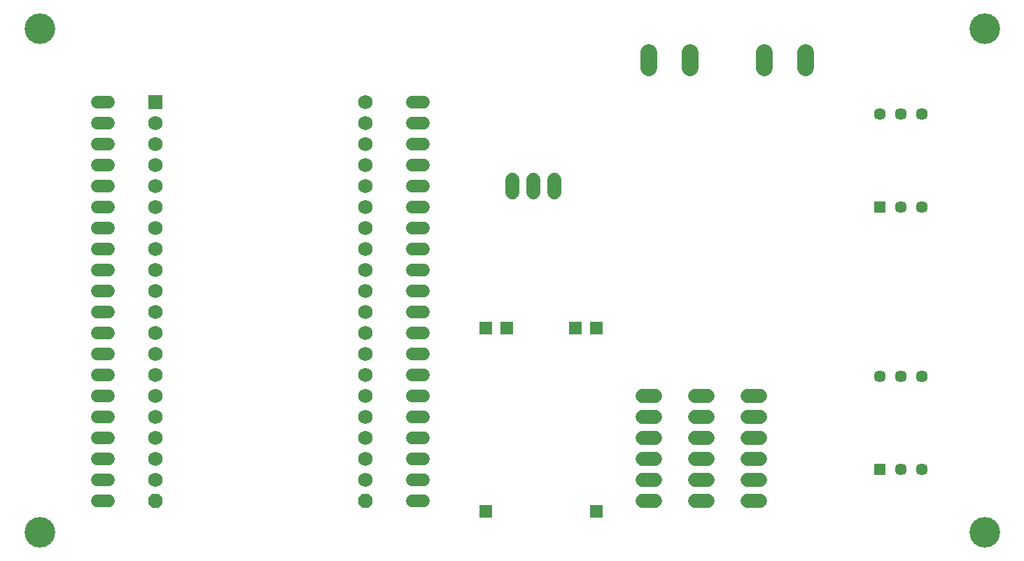
<source format=gbr>
G04 EAGLE Gerber RS-274X export*
G75*
%MOMM*%
%FSLAX34Y34*%
%LPD*%
%INSoldermask Bottom*%
%IPPOS*%
%AMOC8*
5,1,8,0,0,1.08239X$1,22.5*%
G01*
%ADD10C,3.703200*%
%ADD11R,1.611200X1.611200*%
%ADD12R,1.733200X1.733200*%
%ADD13C,1.733200*%
%ADD14C,1.524000*%
%ADD15P,1.869504X8X22.500000*%
%ADD16C,1.993900*%
%ADD17C,1.727200*%
%ADD18R,1.454200X1.454200*%
%ADD19C,1.454200*%


D10*
X38100Y609600D03*
X1181100Y609600D03*
X38100Y0D03*
X1181100Y0D03*
D11*
X577850Y25400D03*
X711200Y25400D03*
X711200Y247650D03*
X577850Y247650D03*
X603250Y247650D03*
X685800Y247650D03*
D12*
X177800Y520600D03*
D13*
X177800Y495200D03*
X177800Y469800D03*
X177800Y444400D03*
X177800Y419000D03*
X177800Y393600D03*
X177800Y368200D03*
X177800Y342800D03*
X177800Y317400D03*
X177800Y292000D03*
X177800Y266600D03*
X177800Y241200D03*
X177800Y215800D03*
X177800Y190400D03*
X177800Y165000D03*
X177800Y139600D03*
X177800Y114200D03*
X177800Y88800D03*
X177800Y63400D03*
X431800Y63400D03*
X431800Y88800D03*
X431800Y114200D03*
X431800Y139600D03*
X431800Y165000D03*
X431800Y190400D03*
X431800Y215800D03*
X431800Y241200D03*
X431800Y266600D03*
X431800Y292000D03*
X431800Y317400D03*
X431800Y342800D03*
X431800Y368200D03*
X431800Y393600D03*
X431800Y419000D03*
X431800Y444400D03*
X431800Y469800D03*
X431800Y495200D03*
X431800Y520600D03*
D14*
X120904Y38100D02*
X107696Y38100D01*
X107696Y63500D02*
X120904Y63500D01*
X120904Y88900D02*
X107696Y88900D01*
X107696Y114300D02*
X120904Y114300D01*
X120904Y139700D02*
X107696Y139700D01*
X107696Y165100D02*
X120904Y165100D01*
X120904Y190500D02*
X107696Y190500D01*
X107696Y215900D02*
X120904Y215900D01*
X120904Y241300D02*
X107696Y241300D01*
X107696Y266700D02*
X120904Y266700D01*
X120904Y292100D02*
X107696Y292100D01*
X107696Y317500D02*
X120904Y317500D01*
X120904Y342900D02*
X107696Y342900D01*
X107696Y368300D02*
X120904Y368300D01*
X120904Y393700D02*
X107696Y393700D01*
X107696Y419100D02*
X120904Y419100D01*
X120904Y444500D02*
X107696Y444500D01*
X107696Y469900D02*
X120904Y469900D01*
X120904Y495300D02*
X107696Y495300D01*
X107696Y520700D02*
X120904Y520700D01*
X488696Y38100D02*
X501904Y38100D01*
X501904Y63500D02*
X488696Y63500D01*
X488696Y88900D02*
X501904Y88900D01*
X501904Y114300D02*
X488696Y114300D01*
X488696Y139700D02*
X501904Y139700D01*
X501904Y165100D02*
X488696Y165100D01*
X488696Y190500D02*
X501904Y190500D01*
X501904Y215900D02*
X488696Y215900D01*
X488696Y241300D02*
X501904Y241300D01*
X501904Y266700D02*
X488696Y266700D01*
X488696Y292100D02*
X501904Y292100D01*
X501904Y317500D02*
X488696Y317500D01*
X488696Y342900D02*
X501904Y342900D01*
X501904Y368300D02*
X488696Y368300D01*
X488696Y393700D02*
X501904Y393700D01*
X501904Y419100D02*
X488696Y419100D01*
X488696Y444500D02*
X501904Y444500D01*
X501904Y469900D02*
X488696Y469900D01*
X488696Y495300D02*
X501904Y495300D01*
X501904Y520700D02*
X488696Y520700D01*
D15*
X177800Y38100D03*
X431800Y38100D03*
D16*
X825100Y562547D02*
X825100Y580454D01*
X775100Y580454D02*
X775100Y562547D01*
X914800Y562547D02*
X914800Y580454D01*
X964800Y580454D02*
X964800Y562547D01*
D17*
X845820Y38100D02*
X830580Y38100D01*
X830580Y63500D02*
X845820Y63500D01*
X845820Y88900D02*
X830580Y88900D01*
X830580Y114300D02*
X845820Y114300D01*
X845820Y139700D02*
X830580Y139700D01*
X830580Y165100D02*
X845820Y165100D01*
X782320Y38100D02*
X767080Y38100D01*
X767080Y63500D02*
X782320Y63500D01*
X782320Y88900D02*
X767080Y88900D01*
X767080Y114300D02*
X782320Y114300D01*
X782320Y139700D02*
X767080Y139700D01*
X767080Y165100D02*
X782320Y165100D01*
X609600Y411480D02*
X609600Y426720D01*
X635000Y426720D02*
X635000Y411480D01*
X660400Y411480D02*
X660400Y426720D01*
X894080Y38100D02*
X909320Y38100D01*
X909320Y63500D02*
X894080Y63500D01*
X894080Y88900D02*
X909320Y88900D01*
X909320Y114300D02*
X894080Y114300D01*
X894080Y139700D02*
X909320Y139700D01*
X909320Y165100D02*
X894080Y165100D01*
D18*
X1054100Y393700D03*
D19*
X1079500Y393700D03*
X1104900Y393700D03*
X1104900Y506200D03*
X1079500Y506200D03*
X1054100Y506200D03*
D18*
X1054100Y76200D03*
D19*
X1079500Y76200D03*
X1104900Y76200D03*
X1104900Y188700D03*
X1079500Y188700D03*
X1054100Y188700D03*
M02*

</source>
